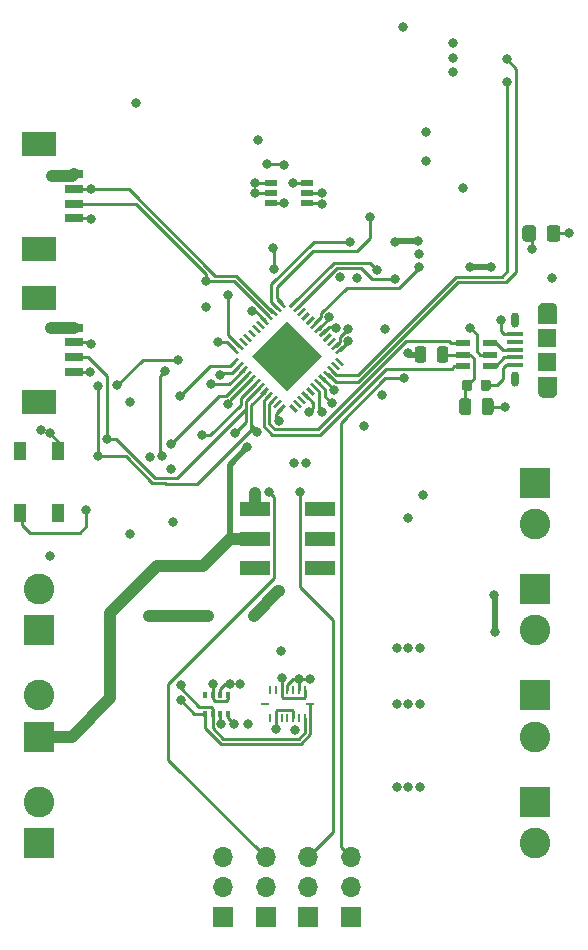
<source format=gbr>
G04 #@! TF.GenerationSoftware,KiCad,Pcbnew,(5.1.9)-1*
G04 #@! TF.CreationDate,2021-01-07T21:38:47-08:00*
G04 #@! TF.ProjectId,Hermes,4865726d-6573-42e6-9b69-6361645f7063,rev?*
G04 #@! TF.SameCoordinates,Original*
G04 #@! TF.FileFunction,Copper,L1,Top*
G04 #@! TF.FilePolarity,Positive*
%FSLAX46Y46*%
G04 Gerber Fmt 4.6, Leading zero omitted, Abs format (unit mm)*
G04 Created by KiCad (PCBNEW (5.1.9)-1) date 2021-01-07 21:38:47*
%MOMM*%
%LPD*%
G01*
G04 APERTURE LIST*
G04 #@! TA.AperFunction,EtchedComponent*
%ADD10C,0.001000*%
G04 #@! TD*
G04 #@! TA.AperFunction,SMDPad,CuDef*
%ADD11C,0.100000*%
G04 #@! TD*
G04 #@! TA.AperFunction,SMDPad,CuDef*
%ADD12R,2.500000X1.200000*%
G04 #@! TD*
G04 #@! TA.AperFunction,SMDPad,CuDef*
%ADD13R,0.675000X0.250000*%
G04 #@! TD*
G04 #@! TA.AperFunction,SMDPad,CuDef*
%ADD14R,0.250000X0.675000*%
G04 #@! TD*
G04 #@! TA.AperFunction,SMDPad,CuDef*
%ADD15R,0.350000X0.500000*%
G04 #@! TD*
G04 #@! TA.AperFunction,SMDPad,CuDef*
%ADD16R,1.000000X1.550000*%
G04 #@! TD*
G04 #@! TA.AperFunction,ComponentPad*
%ADD17C,2.600000*%
G04 #@! TD*
G04 #@! TA.AperFunction,ComponentPad*
%ADD18R,2.600000X2.600000*%
G04 #@! TD*
G04 #@! TA.AperFunction,SMDPad,CuDef*
%ADD19R,3.000000X2.100000*%
G04 #@! TD*
G04 #@! TA.AperFunction,SMDPad,CuDef*
%ADD20R,1.600000X0.800000*%
G04 #@! TD*
G04 #@! TA.AperFunction,ComponentPad*
%ADD21O,1.550000X0.775000*%
G04 #@! TD*
G04 #@! TA.AperFunction,SMDPad,CuDef*
%ADD22R,1.550000X1.500000*%
G04 #@! TD*
G04 #@! TA.AperFunction,ComponentPad*
%ADD23O,0.650000X1.300000*%
G04 #@! TD*
G04 #@! TA.AperFunction,SMDPad,CuDef*
%ADD24R,1.350000X0.400000*%
G04 #@! TD*
G04 #@! TA.AperFunction,SMDPad,CuDef*
%ADD25R,1.117600X0.508000*%
G04 #@! TD*
G04 #@! TA.AperFunction,SMDPad,CuDef*
%ADD26R,1.200000X0.600000*%
G04 #@! TD*
G04 #@! TA.AperFunction,ComponentPad*
%ADD27R,1.700000X1.700000*%
G04 #@! TD*
G04 #@! TA.AperFunction,ComponentPad*
%ADD28O,1.700000X1.700000*%
G04 #@! TD*
G04 #@! TA.AperFunction,ViaPad*
%ADD29C,0.800000*%
G04 #@! TD*
G04 #@! TA.AperFunction,ViaPad*
%ADD30C,1.000000*%
G04 #@! TD*
G04 #@! TA.AperFunction,Conductor*
%ADD31C,0.250000*%
G04 #@! TD*
G04 #@! TA.AperFunction,Conductor*
%ADD32C,1.000000*%
G04 #@! TD*
G04 #@! TA.AperFunction,Conductor*
%ADD33C,0.500000*%
G04 #@! TD*
G04 APERTURE END LIST*
D10*
G04 #@! TO.C,J5*
G36*
X67780000Y-47700000D02*
G01*
X66225000Y-47700000D01*
X66225000Y-46502500D01*
X66425000Y-46502500D01*
X66425338Y-46514269D01*
X66426360Y-46527252D01*
X66428059Y-46540164D01*
X66430433Y-46552969D01*
X66433473Y-46565632D01*
X66437172Y-46578119D01*
X66441519Y-46590395D01*
X66446503Y-46602427D01*
X66452109Y-46614182D01*
X66458323Y-46625627D01*
X66465128Y-46636731D01*
X66472504Y-46647463D01*
X66480433Y-46657795D01*
X66488890Y-46667698D01*
X66497855Y-46677145D01*
X66507302Y-46686110D01*
X66517205Y-46694567D01*
X66527537Y-46702496D01*
X66538269Y-46709872D01*
X66549373Y-46716677D01*
X66560818Y-46722891D01*
X66572573Y-46728497D01*
X66584605Y-46733481D01*
X66596881Y-46737828D01*
X66609368Y-46741527D01*
X66622031Y-46744567D01*
X66634836Y-46746941D01*
X66647748Y-46748640D01*
X66660731Y-46749662D01*
X66675000Y-46750000D01*
X66685000Y-46750000D01*
X67315000Y-46750000D01*
X67325000Y-46750000D01*
X67338084Y-46749657D01*
X67351132Y-46748630D01*
X67364109Y-46746922D01*
X67376978Y-46744537D01*
X67389705Y-46741481D01*
X67402254Y-46737764D01*
X67414592Y-46733395D01*
X67426684Y-46728386D01*
X67438498Y-46722752D01*
X67450000Y-46716506D01*
X67461160Y-46709668D01*
X67471946Y-46702254D01*
X67482330Y-46694286D01*
X67492283Y-46685786D01*
X67501777Y-46676777D01*
X67510786Y-46667283D01*
X67519286Y-46657330D01*
X67527254Y-46646946D01*
X67534668Y-46636160D01*
X67541506Y-46625000D01*
X67547752Y-46613498D01*
X67553386Y-46601684D01*
X67558395Y-46589592D01*
X67562764Y-46577254D01*
X67566481Y-46564705D01*
X67569537Y-46551978D01*
X67571922Y-46539109D01*
X67573630Y-46526132D01*
X67574657Y-46513084D01*
X67575000Y-46500000D01*
X67574657Y-46486916D01*
X67573630Y-46473868D01*
X67571922Y-46460891D01*
X67569537Y-46448022D01*
X67566481Y-46435295D01*
X67562764Y-46422746D01*
X67558395Y-46410408D01*
X67553386Y-46398316D01*
X67547752Y-46386502D01*
X67541506Y-46375000D01*
X67534668Y-46363840D01*
X67527254Y-46353054D01*
X67519286Y-46342670D01*
X67510786Y-46332717D01*
X67501777Y-46323223D01*
X67492283Y-46314214D01*
X67482330Y-46305714D01*
X67471946Y-46297746D01*
X67461160Y-46290332D01*
X67450000Y-46283494D01*
X67438498Y-46277248D01*
X67426684Y-46271614D01*
X67414592Y-46266605D01*
X67402254Y-46262236D01*
X67389705Y-46258519D01*
X67376978Y-46255463D01*
X67364109Y-46253078D01*
X67351132Y-46251370D01*
X67338084Y-46250343D01*
X67325000Y-46250000D01*
X66675000Y-46250000D01*
X66660731Y-46250338D01*
X66647748Y-46251360D01*
X66634836Y-46253059D01*
X66622031Y-46255433D01*
X66609368Y-46258473D01*
X66596881Y-46262172D01*
X66584605Y-46266519D01*
X66572573Y-46271503D01*
X66560818Y-46277109D01*
X66549373Y-46283323D01*
X66538269Y-46290128D01*
X66527537Y-46297504D01*
X66517205Y-46305433D01*
X66507302Y-46313890D01*
X66497855Y-46322855D01*
X66488890Y-46332302D01*
X66480433Y-46342205D01*
X66472504Y-46352537D01*
X66465128Y-46363269D01*
X66458323Y-46374373D01*
X66452109Y-46385818D01*
X66446503Y-46397573D01*
X66441519Y-46409605D01*
X66437172Y-46421881D01*
X66433473Y-46434368D01*
X66430433Y-46447031D01*
X66428059Y-46459836D01*
X66426360Y-46472748D01*
X66425338Y-46485731D01*
X66425000Y-46497500D01*
X66225000Y-46497500D01*
X66225682Y-46472647D01*
X66227731Y-46446616D01*
X66231139Y-46420728D01*
X66235897Y-46395054D01*
X66241993Y-46369664D01*
X66249409Y-46344627D01*
X66258125Y-46320013D01*
X66268118Y-46295889D01*
X66279359Y-46272322D01*
X66291818Y-46249374D01*
X66305462Y-46227110D01*
X66320252Y-46205591D01*
X66336147Y-46184875D01*
X66353105Y-46165020D01*
X66371079Y-46146079D01*
X66390020Y-46128105D01*
X66409875Y-46111147D01*
X66430591Y-46095252D01*
X66452110Y-46080462D01*
X66474374Y-46066818D01*
X66497322Y-46054359D01*
X66520889Y-46043118D01*
X66545013Y-46033125D01*
X66569627Y-46024409D01*
X66594664Y-46016993D01*
X66620054Y-46010897D01*
X66645728Y-46006139D01*
X66671616Y-46002731D01*
X66697647Y-46000682D01*
X66725000Y-46000000D01*
X67275000Y-46000000D01*
X67301168Y-46000685D01*
X67327264Y-46002739D01*
X67353217Y-46006156D01*
X67378956Y-46010926D01*
X67404410Y-46017037D01*
X67429508Y-46024472D01*
X67454184Y-46033210D01*
X67478368Y-46043227D01*
X67501995Y-46054497D01*
X67525000Y-46066987D01*
X67547320Y-46080665D01*
X67568893Y-46095492D01*
X67589660Y-46111427D01*
X67609565Y-46128428D01*
X67628553Y-46146447D01*
X67646572Y-46165435D01*
X67663573Y-46185340D01*
X67679508Y-46206107D01*
X67694335Y-46227680D01*
X67708013Y-46250000D01*
X67720503Y-46273005D01*
X67731773Y-46296632D01*
X67741790Y-46320816D01*
X67750528Y-46345492D01*
X67757963Y-46370590D01*
X67764074Y-46396044D01*
X67768844Y-46421783D01*
X67772261Y-46447736D01*
X67774315Y-46473832D01*
X67775000Y-46500000D01*
X67775000Y-47695000D01*
X67780000Y-47695000D01*
X67780000Y-47700000D01*
G37*
X67780000Y-47700000D02*
X66225000Y-47700000D01*
X66225000Y-46502500D01*
X66425000Y-46502500D01*
X66425338Y-46514269D01*
X66426360Y-46527252D01*
X66428059Y-46540164D01*
X66430433Y-46552969D01*
X66433473Y-46565632D01*
X66437172Y-46578119D01*
X66441519Y-46590395D01*
X66446503Y-46602427D01*
X66452109Y-46614182D01*
X66458323Y-46625627D01*
X66465128Y-46636731D01*
X66472504Y-46647463D01*
X66480433Y-46657795D01*
X66488890Y-46667698D01*
X66497855Y-46677145D01*
X66507302Y-46686110D01*
X66517205Y-46694567D01*
X66527537Y-46702496D01*
X66538269Y-46709872D01*
X66549373Y-46716677D01*
X66560818Y-46722891D01*
X66572573Y-46728497D01*
X66584605Y-46733481D01*
X66596881Y-46737828D01*
X66609368Y-46741527D01*
X66622031Y-46744567D01*
X66634836Y-46746941D01*
X66647748Y-46748640D01*
X66660731Y-46749662D01*
X66675000Y-46750000D01*
X66685000Y-46750000D01*
X67315000Y-46750000D01*
X67325000Y-46750000D01*
X67338084Y-46749657D01*
X67351132Y-46748630D01*
X67364109Y-46746922D01*
X67376978Y-46744537D01*
X67389705Y-46741481D01*
X67402254Y-46737764D01*
X67414592Y-46733395D01*
X67426684Y-46728386D01*
X67438498Y-46722752D01*
X67450000Y-46716506D01*
X67461160Y-46709668D01*
X67471946Y-46702254D01*
X67482330Y-46694286D01*
X67492283Y-46685786D01*
X67501777Y-46676777D01*
X67510786Y-46667283D01*
X67519286Y-46657330D01*
X67527254Y-46646946D01*
X67534668Y-46636160D01*
X67541506Y-46625000D01*
X67547752Y-46613498D01*
X67553386Y-46601684D01*
X67558395Y-46589592D01*
X67562764Y-46577254D01*
X67566481Y-46564705D01*
X67569537Y-46551978D01*
X67571922Y-46539109D01*
X67573630Y-46526132D01*
X67574657Y-46513084D01*
X67575000Y-46500000D01*
X67574657Y-46486916D01*
X67573630Y-46473868D01*
X67571922Y-46460891D01*
X67569537Y-46448022D01*
X67566481Y-46435295D01*
X67562764Y-46422746D01*
X67558395Y-46410408D01*
X67553386Y-46398316D01*
X67547752Y-46386502D01*
X67541506Y-46375000D01*
X67534668Y-46363840D01*
X67527254Y-46353054D01*
X67519286Y-46342670D01*
X67510786Y-46332717D01*
X67501777Y-46323223D01*
X67492283Y-46314214D01*
X67482330Y-46305714D01*
X67471946Y-46297746D01*
X67461160Y-46290332D01*
X67450000Y-46283494D01*
X67438498Y-46277248D01*
X67426684Y-46271614D01*
X67414592Y-46266605D01*
X67402254Y-46262236D01*
X67389705Y-46258519D01*
X67376978Y-46255463D01*
X67364109Y-46253078D01*
X67351132Y-46251370D01*
X67338084Y-46250343D01*
X67325000Y-46250000D01*
X66675000Y-46250000D01*
X66660731Y-46250338D01*
X66647748Y-46251360D01*
X66634836Y-46253059D01*
X66622031Y-46255433D01*
X66609368Y-46258473D01*
X66596881Y-46262172D01*
X66584605Y-46266519D01*
X66572573Y-46271503D01*
X66560818Y-46277109D01*
X66549373Y-46283323D01*
X66538269Y-46290128D01*
X66527537Y-46297504D01*
X66517205Y-46305433D01*
X66507302Y-46313890D01*
X66497855Y-46322855D01*
X66488890Y-46332302D01*
X66480433Y-46342205D01*
X66472504Y-46352537D01*
X66465128Y-46363269D01*
X66458323Y-46374373D01*
X66452109Y-46385818D01*
X66446503Y-46397573D01*
X66441519Y-46409605D01*
X66437172Y-46421881D01*
X66433473Y-46434368D01*
X66430433Y-46447031D01*
X66428059Y-46459836D01*
X66426360Y-46472748D01*
X66425338Y-46485731D01*
X66425000Y-46497500D01*
X66225000Y-46497500D01*
X66225682Y-46472647D01*
X66227731Y-46446616D01*
X66231139Y-46420728D01*
X66235897Y-46395054D01*
X66241993Y-46369664D01*
X66249409Y-46344627D01*
X66258125Y-46320013D01*
X66268118Y-46295889D01*
X66279359Y-46272322D01*
X66291818Y-46249374D01*
X66305462Y-46227110D01*
X66320252Y-46205591D01*
X66336147Y-46184875D01*
X66353105Y-46165020D01*
X66371079Y-46146079D01*
X66390020Y-46128105D01*
X66409875Y-46111147D01*
X66430591Y-46095252D01*
X66452110Y-46080462D01*
X66474374Y-46066818D01*
X66497322Y-46054359D01*
X66520889Y-46043118D01*
X66545013Y-46033125D01*
X66569627Y-46024409D01*
X66594664Y-46016993D01*
X66620054Y-46010897D01*
X66645728Y-46006139D01*
X66671616Y-46002731D01*
X66697647Y-46000682D01*
X66725000Y-46000000D01*
X67275000Y-46000000D01*
X67301168Y-46000685D01*
X67327264Y-46002739D01*
X67353217Y-46006156D01*
X67378956Y-46010926D01*
X67404410Y-46017037D01*
X67429508Y-46024472D01*
X67454184Y-46033210D01*
X67478368Y-46043227D01*
X67501995Y-46054497D01*
X67525000Y-46066987D01*
X67547320Y-46080665D01*
X67568893Y-46095492D01*
X67589660Y-46111427D01*
X67609565Y-46128428D01*
X67628553Y-46146447D01*
X67646572Y-46165435D01*
X67663573Y-46185340D01*
X67679508Y-46206107D01*
X67694335Y-46227680D01*
X67708013Y-46250000D01*
X67720503Y-46273005D01*
X67731773Y-46296632D01*
X67741790Y-46320816D01*
X67750528Y-46345492D01*
X67757963Y-46370590D01*
X67764074Y-46396044D01*
X67768844Y-46421783D01*
X67772261Y-46447736D01*
X67774315Y-46473832D01*
X67775000Y-46500000D01*
X67775000Y-47695000D01*
X67780000Y-47695000D01*
X67780000Y-47700000D01*
G36*
X66220000Y-52300000D02*
G01*
X67775000Y-52300000D01*
X67775000Y-53497500D01*
X67575000Y-53497500D01*
X67574662Y-53485731D01*
X67573640Y-53472748D01*
X67571941Y-53459836D01*
X67569567Y-53447031D01*
X67566527Y-53434368D01*
X67562828Y-53421881D01*
X67558481Y-53409605D01*
X67553497Y-53397573D01*
X67547891Y-53385818D01*
X67541677Y-53374373D01*
X67534872Y-53363269D01*
X67527496Y-53352537D01*
X67519567Y-53342205D01*
X67511110Y-53332302D01*
X67502145Y-53322855D01*
X67492698Y-53313890D01*
X67482795Y-53305433D01*
X67472463Y-53297504D01*
X67461731Y-53290128D01*
X67450627Y-53283323D01*
X67439182Y-53277109D01*
X67427427Y-53271503D01*
X67415395Y-53266519D01*
X67403119Y-53262172D01*
X67390632Y-53258473D01*
X67377969Y-53255433D01*
X67365164Y-53253059D01*
X67352252Y-53251360D01*
X67339269Y-53250338D01*
X67325000Y-53250000D01*
X67315000Y-53250000D01*
X66685000Y-53250000D01*
X66675000Y-53250000D01*
X66661916Y-53250343D01*
X66648868Y-53251370D01*
X66635891Y-53253078D01*
X66623022Y-53255463D01*
X66610295Y-53258519D01*
X66597746Y-53262236D01*
X66585408Y-53266605D01*
X66573316Y-53271614D01*
X66561502Y-53277248D01*
X66550000Y-53283494D01*
X66538840Y-53290332D01*
X66528054Y-53297746D01*
X66517670Y-53305714D01*
X66507717Y-53314214D01*
X66498223Y-53323223D01*
X66489214Y-53332717D01*
X66480714Y-53342670D01*
X66472746Y-53353054D01*
X66465332Y-53363840D01*
X66458494Y-53375000D01*
X66452248Y-53386502D01*
X66446614Y-53398316D01*
X66441605Y-53410408D01*
X66437236Y-53422746D01*
X66433519Y-53435295D01*
X66430463Y-53448022D01*
X66428078Y-53460891D01*
X66426370Y-53473868D01*
X66425343Y-53486916D01*
X66425000Y-53500000D01*
X66425343Y-53513084D01*
X66426370Y-53526132D01*
X66428078Y-53539109D01*
X66430463Y-53551978D01*
X66433519Y-53564705D01*
X66437236Y-53577254D01*
X66441605Y-53589592D01*
X66446614Y-53601684D01*
X66452248Y-53613498D01*
X66458494Y-53625000D01*
X66465332Y-53636160D01*
X66472746Y-53646946D01*
X66480714Y-53657330D01*
X66489214Y-53667283D01*
X66498223Y-53676777D01*
X66507717Y-53685786D01*
X66517670Y-53694286D01*
X66528054Y-53702254D01*
X66538840Y-53709668D01*
X66550000Y-53716506D01*
X66561502Y-53722752D01*
X66573316Y-53728386D01*
X66585408Y-53733395D01*
X66597746Y-53737764D01*
X66610295Y-53741481D01*
X66623022Y-53744537D01*
X66635891Y-53746922D01*
X66648868Y-53748630D01*
X66661916Y-53749657D01*
X66675000Y-53750000D01*
X67325000Y-53750000D01*
X67339269Y-53749662D01*
X67352252Y-53748640D01*
X67365164Y-53746941D01*
X67377969Y-53744567D01*
X67390632Y-53741527D01*
X67403119Y-53737828D01*
X67415395Y-53733481D01*
X67427427Y-53728497D01*
X67439182Y-53722891D01*
X67450627Y-53716677D01*
X67461731Y-53709872D01*
X67472463Y-53702496D01*
X67482795Y-53694567D01*
X67492698Y-53686110D01*
X67502145Y-53677145D01*
X67511110Y-53667698D01*
X67519567Y-53657795D01*
X67527496Y-53647463D01*
X67534872Y-53636731D01*
X67541677Y-53625627D01*
X67547891Y-53614182D01*
X67553497Y-53602427D01*
X67558481Y-53590395D01*
X67562828Y-53578119D01*
X67566527Y-53565632D01*
X67569567Y-53552969D01*
X67571941Y-53540164D01*
X67573640Y-53527252D01*
X67574662Y-53514269D01*
X67575000Y-53502500D01*
X67775000Y-53502500D01*
X67774318Y-53527353D01*
X67772269Y-53553384D01*
X67768861Y-53579272D01*
X67764103Y-53604946D01*
X67758007Y-53630336D01*
X67750591Y-53655373D01*
X67741875Y-53679987D01*
X67731882Y-53704111D01*
X67720641Y-53727678D01*
X67708182Y-53750626D01*
X67694538Y-53772890D01*
X67679748Y-53794409D01*
X67663853Y-53815125D01*
X67646895Y-53834980D01*
X67628921Y-53853921D01*
X67609980Y-53871895D01*
X67590125Y-53888853D01*
X67569409Y-53904748D01*
X67547890Y-53919538D01*
X67525626Y-53933182D01*
X67502678Y-53945641D01*
X67479111Y-53956882D01*
X67454987Y-53966875D01*
X67430373Y-53975591D01*
X67405336Y-53983007D01*
X67379946Y-53989103D01*
X67354272Y-53993861D01*
X67328384Y-53997269D01*
X67302353Y-53999318D01*
X67275000Y-54000000D01*
X66725000Y-54000000D01*
X66698832Y-53999315D01*
X66672736Y-53997261D01*
X66646783Y-53993844D01*
X66621044Y-53989074D01*
X66595590Y-53982963D01*
X66570492Y-53975528D01*
X66545816Y-53966790D01*
X66521632Y-53956773D01*
X66498005Y-53945503D01*
X66475000Y-53933013D01*
X66452680Y-53919335D01*
X66431107Y-53904508D01*
X66410340Y-53888573D01*
X66390435Y-53871572D01*
X66371447Y-53853553D01*
X66353428Y-53834565D01*
X66336427Y-53814660D01*
X66320492Y-53793893D01*
X66305665Y-53772320D01*
X66291987Y-53750000D01*
X66279497Y-53726995D01*
X66268227Y-53703368D01*
X66258210Y-53679184D01*
X66249472Y-53654508D01*
X66242037Y-53629410D01*
X66235926Y-53603956D01*
X66231156Y-53578217D01*
X66227739Y-53552264D01*
X66225685Y-53526168D01*
X66225000Y-53500000D01*
X66225000Y-52305000D01*
X66220000Y-52305000D01*
X66220000Y-52300000D01*
G37*
X66220000Y-52300000D02*
X67775000Y-52300000D01*
X67775000Y-53497500D01*
X67575000Y-53497500D01*
X67574662Y-53485731D01*
X67573640Y-53472748D01*
X67571941Y-53459836D01*
X67569567Y-53447031D01*
X67566527Y-53434368D01*
X67562828Y-53421881D01*
X67558481Y-53409605D01*
X67553497Y-53397573D01*
X67547891Y-53385818D01*
X67541677Y-53374373D01*
X67534872Y-53363269D01*
X67527496Y-53352537D01*
X67519567Y-53342205D01*
X67511110Y-53332302D01*
X67502145Y-53322855D01*
X67492698Y-53313890D01*
X67482795Y-53305433D01*
X67472463Y-53297504D01*
X67461731Y-53290128D01*
X67450627Y-53283323D01*
X67439182Y-53277109D01*
X67427427Y-53271503D01*
X67415395Y-53266519D01*
X67403119Y-53262172D01*
X67390632Y-53258473D01*
X67377969Y-53255433D01*
X67365164Y-53253059D01*
X67352252Y-53251360D01*
X67339269Y-53250338D01*
X67325000Y-53250000D01*
X67315000Y-53250000D01*
X66685000Y-53250000D01*
X66675000Y-53250000D01*
X66661916Y-53250343D01*
X66648868Y-53251370D01*
X66635891Y-53253078D01*
X66623022Y-53255463D01*
X66610295Y-53258519D01*
X66597746Y-53262236D01*
X66585408Y-53266605D01*
X66573316Y-53271614D01*
X66561502Y-53277248D01*
X66550000Y-53283494D01*
X66538840Y-53290332D01*
X66528054Y-53297746D01*
X66517670Y-53305714D01*
X66507717Y-53314214D01*
X66498223Y-53323223D01*
X66489214Y-53332717D01*
X66480714Y-53342670D01*
X66472746Y-53353054D01*
X66465332Y-53363840D01*
X66458494Y-53375000D01*
X66452248Y-53386502D01*
X66446614Y-53398316D01*
X66441605Y-53410408D01*
X66437236Y-53422746D01*
X66433519Y-53435295D01*
X66430463Y-53448022D01*
X66428078Y-53460891D01*
X66426370Y-53473868D01*
X66425343Y-53486916D01*
X66425000Y-53500000D01*
X66425343Y-53513084D01*
X66426370Y-53526132D01*
X66428078Y-53539109D01*
X66430463Y-53551978D01*
X66433519Y-53564705D01*
X66437236Y-53577254D01*
X66441605Y-53589592D01*
X66446614Y-53601684D01*
X66452248Y-53613498D01*
X66458494Y-53625000D01*
X66465332Y-53636160D01*
X66472746Y-53646946D01*
X66480714Y-53657330D01*
X66489214Y-53667283D01*
X66498223Y-53676777D01*
X66507717Y-53685786D01*
X66517670Y-53694286D01*
X66528054Y-53702254D01*
X66538840Y-53709668D01*
X66550000Y-53716506D01*
X66561502Y-53722752D01*
X66573316Y-53728386D01*
X66585408Y-53733395D01*
X66597746Y-53737764D01*
X66610295Y-53741481D01*
X66623022Y-53744537D01*
X66635891Y-53746922D01*
X66648868Y-53748630D01*
X66661916Y-53749657D01*
X66675000Y-53750000D01*
X67325000Y-53750000D01*
X67339269Y-53749662D01*
X67352252Y-53748640D01*
X67365164Y-53746941D01*
X67377969Y-53744567D01*
X67390632Y-53741527D01*
X67403119Y-53737828D01*
X67415395Y-53733481D01*
X67427427Y-53728497D01*
X67439182Y-53722891D01*
X67450627Y-53716677D01*
X67461731Y-53709872D01*
X67472463Y-53702496D01*
X67482795Y-53694567D01*
X67492698Y-53686110D01*
X67502145Y-53677145D01*
X67511110Y-53667698D01*
X67519567Y-53657795D01*
X67527496Y-53647463D01*
X67534872Y-53636731D01*
X67541677Y-53625627D01*
X67547891Y-53614182D01*
X67553497Y-53602427D01*
X67558481Y-53590395D01*
X67562828Y-53578119D01*
X67566527Y-53565632D01*
X67569567Y-53552969D01*
X67571941Y-53540164D01*
X67573640Y-53527252D01*
X67574662Y-53514269D01*
X67575000Y-53502500D01*
X67775000Y-53502500D01*
X67774318Y-53527353D01*
X67772269Y-53553384D01*
X67768861Y-53579272D01*
X67764103Y-53604946D01*
X67758007Y-53630336D01*
X67750591Y-53655373D01*
X67741875Y-53679987D01*
X67731882Y-53704111D01*
X67720641Y-53727678D01*
X67708182Y-53750626D01*
X67694538Y-53772890D01*
X67679748Y-53794409D01*
X67663853Y-53815125D01*
X67646895Y-53834980D01*
X67628921Y-53853921D01*
X67609980Y-53871895D01*
X67590125Y-53888853D01*
X67569409Y-53904748D01*
X67547890Y-53919538D01*
X67525626Y-53933182D01*
X67502678Y-53945641D01*
X67479111Y-53956882D01*
X67454987Y-53966875D01*
X67430373Y-53975591D01*
X67405336Y-53983007D01*
X67379946Y-53989103D01*
X67354272Y-53993861D01*
X67328384Y-53997269D01*
X67302353Y-53999318D01*
X67275000Y-54000000D01*
X66725000Y-54000000D01*
X66698832Y-53999315D01*
X66672736Y-53997261D01*
X66646783Y-53993844D01*
X66621044Y-53989074D01*
X66595590Y-53982963D01*
X66570492Y-53975528D01*
X66545816Y-53966790D01*
X66521632Y-53956773D01*
X66498005Y-53945503D01*
X66475000Y-53933013D01*
X66452680Y-53919335D01*
X66431107Y-53904508D01*
X66410340Y-53888573D01*
X66390435Y-53871572D01*
X66371447Y-53853553D01*
X66353428Y-53834565D01*
X66336427Y-53814660D01*
X66320492Y-53793893D01*
X66305665Y-53772320D01*
X66291987Y-53750000D01*
X66279497Y-53726995D01*
X66268227Y-53703368D01*
X66258210Y-53679184D01*
X66249472Y-53654508D01*
X66242037Y-53629410D01*
X66235926Y-53603956D01*
X66231156Y-53578217D01*
X66227739Y-53552264D01*
X66225685Y-53526168D01*
X66225000Y-53500000D01*
X66225000Y-52305000D01*
X66220000Y-52305000D01*
X66220000Y-52300000D01*
G04 #@! TD*
G04 #@! TA.AperFunction,SMDPad,CuDef*
D11*
G04 #@! TO.P,IC1,49*
G04 #@! TO.N,Net-(IC1-Pad49)*
G36*
X45000000Y-47536515D02*
G01*
X47963485Y-50500000D01*
X45000000Y-53463485D01*
X42036515Y-50500000D01*
X45000000Y-47536515D01*
G37*
G04 #@! TD.AperFunction*
G04 #@! TA.AperFunction,SMDPad,CuDef*
G04 #@! TO.P,IC1,48*
G04 #@! TO.N,Net-(IC1-Pad48)*
G36*
X49238681Y-50607763D02*
G01*
X49813418Y-51182500D01*
X49633813Y-51362105D01*
X49059076Y-50787368D01*
X49238681Y-50607763D01*
G37*
G04 #@! TD.AperFunction*
G04 #@! TA.AperFunction,SMDPad,CuDef*
G04 #@! TO.P,IC1,47*
G04 #@! TO.N,Net-(IC1-Pad47)*
G36*
X48879470Y-50966973D02*
G01*
X49454207Y-51541710D01*
X49274602Y-51721315D01*
X48699865Y-51146578D01*
X48879470Y-50966973D01*
G37*
G04 #@! TD.AperFunction*
G04 #@! TA.AperFunction,SMDPad,CuDef*
G04 #@! TO.P,IC1,46*
G04 #@! TO.N,SWDIO*
G36*
X48520260Y-51326183D02*
G01*
X49094997Y-51900920D01*
X48915392Y-52080525D01*
X48340655Y-51505788D01*
X48520260Y-51326183D01*
G37*
G04 #@! TD.AperFunction*
G04 #@! TA.AperFunction,SMDPad,CuDef*
G04 #@! TO.P,IC1,45*
G04 #@! TO.N,SWCLK*
G36*
X48161050Y-51685394D02*
G01*
X48735787Y-52260131D01*
X48556182Y-52439736D01*
X47981445Y-51864999D01*
X48161050Y-51685394D01*
G37*
G04 #@! TD.AperFunction*
G04 #@! TA.AperFunction,SMDPad,CuDef*
G04 #@! TO.P,IC1,44*
G04 #@! TO.N,VDDIO*
G36*
X47801840Y-52044604D02*
G01*
X48376577Y-52619341D01*
X48196972Y-52798946D01*
X47622235Y-52224209D01*
X47801840Y-52044604D01*
G37*
G04 #@! TD.AperFunction*
G04 #@! TA.AperFunction,SMDPad,CuDef*
G04 #@! TO.P,IC1,43*
G04 #@! TO.N,Net-(C10-Pad1)*
G36*
X47442629Y-52403814D02*
G01*
X48017366Y-52978551D01*
X47837761Y-53158156D01*
X47263024Y-52583419D01*
X47442629Y-52403814D01*
G37*
G04 #@! TD.AperFunction*
G04 #@! TA.AperFunction,SMDPad,CuDef*
G04 #@! TO.P,IC1,42*
G04 #@! TO.N,GND*
G36*
X47083419Y-52763024D02*
G01*
X47658156Y-53337761D01*
X47478551Y-53517366D01*
X46903814Y-52942629D01*
X47083419Y-52763024D01*
G37*
G04 #@! TD.AperFunction*
G04 #@! TA.AperFunction,SMDPad,CuDef*
G04 #@! TO.P,IC1,41*
G04 #@! TO.N,Net-(IC1-Pad41)*
G36*
X46724209Y-53122235D02*
G01*
X47298946Y-53696972D01*
X47119341Y-53876577D01*
X46544604Y-53301840D01*
X46724209Y-53122235D01*
G37*
G04 #@! TD.AperFunction*
G04 #@! TA.AperFunction,SMDPad,CuDef*
G04 #@! TO.P,IC1,40*
G04 #@! TO.N,TG_RESET*
G36*
X46364999Y-53481445D02*
G01*
X46939736Y-54056182D01*
X46760131Y-54235787D01*
X46185394Y-53661050D01*
X46364999Y-53481445D01*
G37*
G04 #@! TD.AperFunction*
G04 #@! TA.AperFunction,SMDPad,CuDef*
G04 #@! TO.P,IC1,39*
G04 #@! TO.N,Net-(IC1-Pad39)*
G36*
X46005788Y-53840655D02*
G01*
X46580525Y-54415392D01*
X46400920Y-54594997D01*
X45826183Y-54020260D01*
X46005788Y-53840655D01*
G37*
G04 #@! TD.AperFunction*
G04 #@! TA.AperFunction,SMDPad,CuDef*
G04 #@! TO.P,IC1,38*
G04 #@! TO.N,Net-(IC1-Pad38)*
G36*
X45646578Y-54199865D02*
G01*
X46221315Y-54774602D01*
X46041710Y-54954207D01*
X45466973Y-54379470D01*
X45646578Y-54199865D01*
G37*
G04 #@! TD.AperFunction*
G04 #@! TA.AperFunction,SMDPad,CuDef*
G04 #@! TO.P,IC1,37*
G04 #@! TO.N,Net-(IC1-Pad37)*
G36*
X45287368Y-54559076D02*
G01*
X45862105Y-55133813D01*
X45682500Y-55313418D01*
X45107763Y-54738681D01*
X45287368Y-54559076D01*
G37*
G04 #@! TD.AperFunction*
G04 #@! TA.AperFunction,SMDPad,CuDef*
G04 #@! TO.P,IC1,36*
G04 #@! TO.N,VDDIO*
G36*
X44137895Y-55133813D02*
G01*
X44712632Y-54559076D01*
X44892237Y-54738681D01*
X44317500Y-55313418D01*
X44137895Y-55133813D01*
G37*
G04 #@! TD.AperFunction*
G04 #@! TA.AperFunction,SMDPad,CuDef*
G04 #@! TO.P,IC1,35*
G04 #@! TO.N,Net-(IC1-Pad35)*
G36*
X43778685Y-54774602D02*
G01*
X44353422Y-54199865D01*
X44533027Y-54379470D01*
X43958290Y-54954207D01*
X43778685Y-54774602D01*
G37*
G04 #@! TD.AperFunction*
G04 #@! TA.AperFunction,SMDPad,CuDef*
G04 #@! TO.P,IC1,34*
G04 #@! TO.N,USB_D+*
G36*
X43419475Y-54415392D02*
G01*
X43994212Y-53840655D01*
X44173817Y-54020260D01*
X43599080Y-54594997D01*
X43419475Y-54415392D01*
G37*
G04 #@! TD.AperFunction*
G04 #@! TA.AperFunction,SMDPad,CuDef*
G04 #@! TO.P,IC1,33*
G04 #@! TO.N,USB_D-*
G36*
X43060264Y-54056182D02*
G01*
X43635001Y-53481445D01*
X43814606Y-53661050D01*
X43239869Y-54235787D01*
X43060264Y-54056182D01*
G37*
G04 #@! TD.AperFunction*
G04 #@! TA.AperFunction,SMDPad,CuDef*
G04 #@! TO.P,IC1,32*
G04 #@! TO.N,SCL*
G36*
X42701054Y-53696972D02*
G01*
X43275791Y-53122235D01*
X43455396Y-53301840D01*
X42880659Y-53876577D01*
X42701054Y-53696972D01*
G37*
G04 #@! TD.AperFunction*
G04 #@! TA.AperFunction,SMDPad,CuDef*
G04 #@! TO.P,IC1,31*
G04 #@! TO.N,SDA*
G36*
X42341844Y-53337761D02*
G01*
X42916581Y-52763024D01*
X43096186Y-52942629D01*
X42521449Y-53517366D01*
X42341844Y-53337761D01*
G37*
G04 #@! TD.AperFunction*
G04 #@! TA.AperFunction,SMDPad,CuDef*
G04 #@! TO.P,IC1,30*
G04 #@! TO.N,PY3*
G36*
X41982634Y-52978551D02*
G01*
X42557371Y-52403814D01*
X42736976Y-52583419D01*
X42162239Y-53158156D01*
X41982634Y-52978551D01*
G37*
G04 #@! TD.AperFunction*
G04 #@! TA.AperFunction,SMDPad,CuDef*
G04 #@! TO.P,IC1,29*
G04 #@! TO.N,PROP_Z*
G36*
X41623423Y-52619341D02*
G01*
X42198160Y-52044604D01*
X42377765Y-52224209D01*
X41803028Y-52798946D01*
X41623423Y-52619341D01*
G37*
G04 #@! TD.AperFunction*
G04 #@! TA.AperFunction,SMDPad,CuDef*
G04 #@! TO.P,IC1,28*
G04 #@! TO.N,MISO*
G36*
X41264213Y-52260131D02*
G01*
X41838950Y-51685394D01*
X42018555Y-51864999D01*
X41443818Y-52439736D01*
X41264213Y-52260131D01*
G37*
G04 #@! TD.AperFunction*
G04 #@! TA.AperFunction,SMDPad,CuDef*
G04 #@! TO.P,IC1,27*
G04 #@! TO.N,PY2*
G36*
X40905003Y-51900920D02*
G01*
X41479740Y-51326183D01*
X41659345Y-51505788D01*
X41084608Y-52080525D01*
X40905003Y-51900920D01*
G37*
G04 #@! TD.AperFunction*
G04 #@! TA.AperFunction,SMDPad,CuDef*
G04 #@! TO.P,IC1,26*
G04 #@! TO.N,PY1*
G36*
X40545793Y-51541710D02*
G01*
X41120530Y-50966973D01*
X41300135Y-51146578D01*
X40725398Y-51721315D01*
X40545793Y-51541710D01*
G37*
G04 #@! TD.AperFunction*
G04 #@! TA.AperFunction,SMDPad,CuDef*
G04 #@! TO.P,IC1,25*
G04 #@! TO.N,MOSI*
G36*
X40186582Y-51182500D02*
G01*
X40761319Y-50607763D01*
X40940924Y-50787368D01*
X40366187Y-51362105D01*
X40186582Y-51182500D01*
G37*
G04 #@! TD.AperFunction*
G04 #@! TA.AperFunction,SMDPad,CuDef*
G04 #@! TO.P,IC1,24*
G04 #@! TO.N,PROP_Y*
G36*
X40366187Y-49637895D02*
G01*
X40940924Y-50212632D01*
X40761319Y-50392237D01*
X40186582Y-49817500D01*
X40366187Y-49637895D01*
G37*
G04 #@! TD.AperFunction*
G04 #@! TA.AperFunction,SMDPad,CuDef*
G04 #@! TO.P,IC1,23*
G04 #@! TO.N,LEDB*
G36*
X40725398Y-49278685D02*
G01*
X41300135Y-49853422D01*
X41120530Y-50033027D01*
X40545793Y-49458290D01*
X40725398Y-49278685D01*
G37*
G04 #@! TD.AperFunction*
G04 #@! TA.AperFunction,SMDPad,CuDef*
G04 #@! TO.P,IC1,22*
G04 #@! TO.N,Net-(IC1-Pad22)*
G36*
X41084608Y-48919475D02*
G01*
X41659345Y-49494212D01*
X41479740Y-49673817D01*
X40905003Y-49099080D01*
X41084608Y-48919475D01*
G37*
G04 #@! TD.AperFunction*
G04 #@! TA.AperFunction,SMDPad,CuDef*
G04 #@! TO.P,IC1,21*
G04 #@! TO.N,Net-(IC1-Pad21)*
G36*
X41443818Y-48560264D02*
G01*
X42018555Y-49135001D01*
X41838950Y-49314606D01*
X41264213Y-48739869D01*
X41443818Y-48560264D01*
G37*
G04 #@! TD.AperFunction*
G04 #@! TA.AperFunction,SMDPad,CuDef*
G04 #@! TO.P,IC1,20*
G04 #@! TO.N,Net-(IC1-Pad20)*
G36*
X41803028Y-48201054D02*
G01*
X42377765Y-48775791D01*
X42198160Y-48955396D01*
X41623423Y-48380659D01*
X41803028Y-48201054D01*
G37*
G04 #@! TD.AperFunction*
G04 #@! TA.AperFunction,SMDPad,CuDef*
G04 #@! TO.P,IC1,19*
G04 #@! TO.N,Net-(IC1-Pad19)*
G36*
X42162239Y-47841844D02*
G01*
X42736976Y-48416581D01*
X42557371Y-48596186D01*
X41982634Y-48021449D01*
X42162239Y-47841844D01*
G37*
G04 #@! TD.AperFunction*
G04 #@! TA.AperFunction,SMDPad,CuDef*
G04 #@! TO.P,IC1,18*
G04 #@! TO.N,Net-(IC1-Pad18)*
G36*
X42521449Y-47482634D02*
G01*
X43096186Y-48057371D01*
X42916581Y-48236976D01*
X42341844Y-47662239D01*
X42521449Y-47482634D01*
G37*
G04 #@! TD.AperFunction*
G04 #@! TA.AperFunction,SMDPad,CuDef*
G04 #@! TO.P,IC1,17*
G04 #@! TO.N,VDDIO*
G36*
X42880659Y-47123423D02*
G01*
X43455396Y-47698160D01*
X43275791Y-47877765D01*
X42701054Y-47303028D01*
X42880659Y-47123423D01*
G37*
G04 #@! TD.AperFunction*
G04 #@! TA.AperFunction,SMDPad,CuDef*
G04 #@! TO.P,IC1,16*
G04 #@! TO.N,RX*
G36*
X43239869Y-46764213D02*
G01*
X43814606Y-47338950D01*
X43635001Y-47518555D01*
X43060264Y-46943818D01*
X43239869Y-46764213D01*
G37*
G04 #@! TD.AperFunction*
G04 #@! TA.AperFunction,SMDPad,CuDef*
G04 #@! TO.P,IC1,15*
G04 #@! TO.N,FLASH_CS*
G36*
X43599080Y-46405003D02*
G01*
X44173817Y-46979740D01*
X43994212Y-47159345D01*
X43419475Y-46584608D01*
X43599080Y-46405003D01*
G37*
G04 #@! TD.AperFunction*
G04 #@! TA.AperFunction,SMDPad,CuDef*
G04 #@! TO.P,IC1,14*
G04 #@! TO.N,LEDG*
G36*
X43958290Y-46045793D02*
G01*
X44533027Y-46620530D01*
X44353422Y-46800135D01*
X43778685Y-46225398D01*
X43958290Y-46045793D01*
G37*
G04 #@! TD.AperFunction*
G04 #@! TA.AperFunction,SMDPad,CuDef*
G04 #@! TO.P,IC1,13*
G04 #@! TO.N,LEDR*
G36*
X44317500Y-45686582D02*
G01*
X44892237Y-46261319D01*
X44712632Y-46440924D01*
X44137895Y-45866187D01*
X44317500Y-45686582D01*
G37*
G04 #@! TD.AperFunction*
G04 #@! TA.AperFunction,SMDPad,CuDef*
G04 #@! TO.P,IC1,12*
G04 #@! TO.N,TVCY*
G36*
X45107763Y-46261319D02*
G01*
X45682500Y-45686582D01*
X45862105Y-45866187D01*
X45287368Y-46440924D01*
X45107763Y-46261319D01*
G37*
G04 #@! TD.AperFunction*
G04 #@! TA.AperFunction,SMDPad,CuDef*
G04 #@! TO.P,IC1,11*
G04 #@! TO.N,TVCZ*
G36*
X45466973Y-46620530D02*
G01*
X46041710Y-46045793D01*
X46221315Y-46225398D01*
X45646578Y-46800135D01*
X45466973Y-46620530D01*
G37*
G04 #@! TD.AperFunction*
G04 #@! TA.AperFunction,SMDPad,CuDef*
G04 #@! TO.P,IC1,10*
G04 #@! TO.N,Net-(IC1-Pad10)*
G36*
X45826183Y-46979740D02*
G01*
X46400920Y-46405003D01*
X46580525Y-46584608D01*
X46005788Y-47159345D01*
X45826183Y-46979740D01*
G37*
G04 #@! TD.AperFunction*
G04 #@! TA.AperFunction,SMDPad,CuDef*
G04 #@! TO.P,IC1,9*
G04 #@! TO.N,Net-(IC1-Pad9)*
G36*
X46185394Y-47338950D02*
G01*
X46760131Y-46764213D01*
X46939736Y-46943818D01*
X46364999Y-47518555D01*
X46185394Y-47338950D01*
G37*
G04 #@! TD.AperFunction*
G04 #@! TA.AperFunction,SMDPad,CuDef*
G04 #@! TO.P,IC1,8*
G04 #@! TO.N,Net-(IC1-Pad8)*
G36*
X46544604Y-47698160D02*
G01*
X47119341Y-47123423D01*
X47298946Y-47303028D01*
X46724209Y-47877765D01*
X46544604Y-47698160D01*
G37*
G04 #@! TD.AperFunction*
G04 #@! TA.AperFunction,SMDPad,CuDef*
G04 #@! TO.P,IC1,7*
G04 #@! TO.N,VOLTAGE*
G36*
X46903814Y-48057371D02*
G01*
X47478551Y-47482634D01*
X47658156Y-47662239D01*
X47083419Y-48236976D01*
X46903814Y-48057371D01*
G37*
G04 #@! TD.AperFunction*
G04 #@! TA.AperFunction,SMDPad,CuDef*
G04 #@! TO.P,IC1,6*
G04 #@! TO.N,Net-(C2-Pad1)*
G36*
X47263024Y-48416581D02*
G01*
X47837761Y-47841844D01*
X48017366Y-48021449D01*
X47442629Y-48596186D01*
X47263024Y-48416581D01*
G37*
G04 #@! TD.AperFunction*
G04 #@! TA.AperFunction,SMDPad,CuDef*
G04 #@! TO.P,IC1,5*
G04 #@! TO.N,GND*
G36*
X47622235Y-48775791D02*
G01*
X48196972Y-48201054D01*
X48376577Y-48380659D01*
X47801840Y-48955396D01*
X47622235Y-48775791D01*
G37*
G04 #@! TD.AperFunction*
G04 #@! TA.AperFunction,SMDPad,CuDef*
G04 #@! TO.P,IC1,4*
G04 #@! TO.N,Net-(IC1-Pad4)*
G36*
X47981445Y-49135001D02*
G01*
X48556182Y-48560264D01*
X48735787Y-48739869D01*
X48161050Y-49314606D01*
X47981445Y-49135001D01*
G37*
G04 #@! TD.AperFunction*
G04 #@! TA.AperFunction,SMDPad,CuDef*
G04 #@! TO.P,IC1,3*
G04 #@! TO.N,Net-(IC1-Pad3)*
G36*
X48340655Y-49494212D02*
G01*
X48915392Y-48919475D01*
X49094997Y-49099080D01*
X48520260Y-49673817D01*
X48340655Y-49494212D01*
G37*
G04 #@! TD.AperFunction*
G04 #@! TA.AperFunction,SMDPad,CuDef*
G04 #@! TO.P,IC1,2*
G04 #@! TO.N,Net-(C3-Pad2)*
G36*
X48699865Y-49853422D02*
G01*
X49274602Y-49278685D01*
X49454207Y-49458290D01*
X48879470Y-50033027D01*
X48699865Y-49853422D01*
G37*
G04 #@! TD.AperFunction*
G04 #@! TA.AperFunction,SMDPad,CuDef*
G04 #@! TO.P,IC1,1*
G04 #@! TO.N,Net-(C4-Pad2)*
G36*
X49059076Y-50212632D02*
G01*
X49633813Y-49637895D01*
X49813418Y-49817500D01*
X49238681Y-50392237D01*
X49059076Y-50212632D01*
G37*
G04 #@! TD.AperFunction*
G04 #@! TD*
D12*
G04 #@! TO.P,S2,6*
G04 #@! TO.N,Net-(S2-Pad6)*
X47750000Y-63500000D03*
G04 #@! TO.P,S2,5*
G04 #@! TO.N,Net-(S2-Pad5)*
X47750000Y-66000000D03*
G04 #@! TO.P,S2,4*
G04 #@! TO.N,Net-(S2-Pad4)*
X47750000Y-68500000D03*
G04 #@! TO.P,S2,3*
G04 #@! TO.N,Net-(S2-Pad3)*
X42250000Y-68500000D03*
G04 #@! TO.P,S2,2*
G04 #@! TO.N,PWR_SW*
X42250000Y-66000000D03*
G04 #@! TO.P,S2,1*
G04 #@! TO.N,VDDIO*
X42250000Y-63500000D03*
G04 #@! TD*
D13*
G04 #@! TO.P,U2,16*
G04 #@! TO.N,Net-(U2-Pad16)*
X43085000Y-80000000D03*
D14*
G04 #@! TO.P,U2,15*
G04 #@! TO.N,Net-(U2-Pad15)*
X43500000Y-81165000D03*
G04 #@! TO.P,U2,14*
G04 #@! TO.N,VDDIO*
X44000000Y-81165000D03*
G04 #@! TO.P,U2,13*
G04 #@! TO.N,Net-(U2-Pad13)*
X44500000Y-81165000D03*
G04 #@! TO.P,U2,12*
G04 #@! TO.N,Net-(U2-Pad12)*
X45000000Y-81165000D03*
G04 #@! TO.P,U2,11*
G04 #@! TO.N,VDDIO*
X45500000Y-81165000D03*
G04 #@! TO.P,U2,10*
G04 #@! TO.N,Net-(U2-Pad10)*
X46000000Y-81165000D03*
G04 #@! TO.P,U2,9*
G04 #@! TO.N,SDA*
X46500000Y-81165000D03*
D13*
G04 #@! TO.P,U2,8*
G04 #@! TO.N,SCL*
X46915000Y-80000000D03*
D14*
G04 #@! TO.P,U2,7*
G04 #@! TO.N,VDDIO*
X46500000Y-78835000D03*
G04 #@! TO.P,U2,6*
G04 #@! TO.N,GND*
X46000000Y-78835000D03*
G04 #@! TO.P,U2,5*
G04 #@! TO.N,Net-(U2-Pad5)*
X45500000Y-78835000D03*
G04 #@! TO.P,U2,4*
G04 #@! TO.N,GND*
X45000000Y-78835000D03*
G04 #@! TO.P,U2,3*
G04 #@! TO.N,VDDIO*
X44500000Y-78835000D03*
G04 #@! TO.P,U2,2*
G04 #@! TO.N,N/C*
X44000000Y-78835000D03*
G04 #@! TO.P,U2,1*
G04 #@! TO.N,Net-(U2-Pad1)*
X43500000Y-78835000D03*
G04 #@! TD*
D15*
G04 #@! TO.P,U3,8*
G04 #@! TO.N,VDDIO*
X39975000Y-79200000D03*
G04 #@! TO.P,U3,7*
G04 #@! TO.N,GND*
X39325000Y-79200000D03*
G04 #@! TO.P,U3,6*
G04 #@! TO.N,VDDIO*
X38675000Y-79200000D03*
G04 #@! TO.P,U3,5*
G04 #@! TO.N,Net-(U3-Pad5)*
X38025000Y-79200000D03*
G04 #@! TO.P,U3,4*
G04 #@! TO.N,SCL*
X38025000Y-80800000D03*
G04 #@! TO.P,U3,3*
G04 #@! TO.N,SDA*
X38675000Y-80800000D03*
G04 #@! TO.P,U3,2*
G04 #@! TO.N,VDDIO*
X39325000Y-80800000D03*
G04 #@! TO.P,U3,1*
G04 #@! TO.N,GND*
X39975000Y-80800000D03*
G04 #@! TD*
D16*
G04 #@! TO.P,S1,4*
G04 #@! TO.N,GND*
X25550000Y-58575000D03*
G04 #@! TO.P,S1,3*
G04 #@! TO.N,Net-(S1-Pad3)*
X25550000Y-63825000D03*
G04 #@! TO.P,S1,2*
G04 #@! TO.N,Net-(S1-Pad2)*
X22350000Y-58575000D03*
G04 #@! TO.P,S1,1*
G04 #@! TO.N,RESET*
X22350000Y-63825000D03*
G04 #@! TD*
D17*
G04 #@! TO.P,J17,2*
G04 #@! TO.N,R_OUT*
X66000000Y-91750000D03*
D18*
G04 #@! TO.P,J17,1*
G04 #@! TO.N,Net-(J17-Pad1)*
X66000000Y-88250000D03*
G04 #@! TD*
D17*
G04 #@! TO.P,J16,2*
G04 #@! TO.N,R_OUT*
X66000000Y-82750000D03*
D18*
G04 #@! TO.P,J16,1*
G04 #@! TO.N,Net-(J16-Pad1)*
X66000000Y-79250000D03*
G04 #@! TD*
D17*
G04 #@! TO.P,J15,2*
G04 #@! TO.N,R_OUT*
X66000000Y-73750000D03*
D18*
G04 #@! TO.P,J15,1*
G04 #@! TO.N,Net-(J15-Pad1)*
X66000000Y-70250000D03*
G04 #@! TD*
D17*
G04 #@! TO.P,J12,2*
G04 #@! TO.N,VDDIO*
X24000000Y-79250000D03*
D18*
G04 #@! TO.P,J12,1*
G04 #@! TO.N,PWR_SW*
X24000000Y-82750000D03*
G04 #@! TD*
D17*
G04 #@! TO.P,J11,2*
G04 #@! TO.N,R_IN*
X66000000Y-64750000D03*
D18*
G04 #@! TO.P,J11,1*
G04 #@! TO.N,GND*
X66000000Y-61250000D03*
G04 #@! TD*
D17*
G04 #@! TO.P,J9,2*
G04 #@! TO.N,VDDIO*
X24000000Y-88250000D03*
D18*
G04 #@! TO.P,J9,1*
G04 #@! TO.N,GND*
X24000000Y-91750000D03*
G04 #@! TD*
D17*
G04 #@! TO.P,J8,2*
G04 #@! TO.N,+5V*
X24000000Y-70250000D03*
D18*
G04 #@! TO.P,J8,1*
G04 #@! TO.N,GND*
X24000000Y-73750000D03*
G04 #@! TD*
D19*
G04 #@! TO.P,J6,MP2*
G04 #@! TO.N,Net-(J6-PadMP2)*
X24000000Y-54425000D03*
G04 #@! TO.P,J6,MP1*
G04 #@! TO.N,Net-(J6-PadMP1)*
X24000000Y-45575000D03*
D20*
G04 #@! TO.P,J6,4*
G04 #@! TO.N,GND*
X26900000Y-51875000D03*
G04 #@! TO.P,J6,3*
G04 #@! TO.N,SDA*
X26900000Y-50625000D03*
G04 #@! TO.P,J6,2*
G04 #@! TO.N,SCL*
X26900000Y-49375000D03*
G04 #@! TO.P,J6,1*
G04 #@! TO.N,+5V*
X26900000Y-48125000D03*
G04 #@! TD*
D21*
G04 #@! TO.P,J5,S6*
G04 #@! TO.N,N/C*
X67000000Y-46500000D03*
D22*
G04 #@! TO.P,J5,S5*
X67000000Y-49000000D03*
G04 #@! TO.P,J5,S4*
X67000000Y-51000000D03*
D21*
G04 #@! TO.P,J5,S3*
X67000000Y-53500000D03*
D23*
G04 #@! TO.P,J5,S2*
X64300000Y-47500000D03*
G04 #@! TO.P,J5,S1*
X64300000Y-52500000D03*
D24*
G04 #@! TO.P,J5,5*
G04 #@! TO.N,GND*
X64300000Y-48700000D03*
G04 #@! TO.P,J5,4*
G04 #@! TO.N,Net-(J5-Pad4)*
X64300000Y-49350000D03*
G04 #@! TO.P,J5,3*
G04 #@! TO.N,Net-(D1-Pad3)*
X64300000Y-50000000D03*
G04 #@! TO.P,J5,2*
G04 #@! TO.N,Net-(D1-Pad1)*
X64300000Y-50650000D03*
G04 #@! TO.P,J5,1*
G04 #@! TO.N,Net-(FB1-Pad2)*
X64300000Y-51300000D03*
G04 #@! TD*
G04 #@! TO.P,FB1,2*
G04 #@! TO.N,Net-(FB1-Pad2)*
G04 #@! TA.AperFunction,SMDPad,CuDef*
G36*
G01*
X61350000Y-53256250D02*
X61350000Y-52743750D01*
G75*
G02*
X61568750Y-52525000I218750J0D01*
G01*
X62006250Y-52525000D01*
G75*
G02*
X62225000Y-52743750I0J-218750D01*
G01*
X62225000Y-53256250D01*
G75*
G02*
X62006250Y-53475000I-218750J0D01*
G01*
X61568750Y-53475000D01*
G75*
G02*
X61350000Y-53256250I0J218750D01*
G01*
G37*
G04 #@! TD.AperFunction*
G04 #@! TO.P,FB1,1*
G04 #@! TO.N,Net-(C1-Pad2)*
G04 #@! TA.AperFunction,SMDPad,CuDef*
G36*
G01*
X59775000Y-53256250D02*
X59775000Y-52743750D01*
G75*
G02*
X59993750Y-52525000I218750J0D01*
G01*
X60431250Y-52525000D01*
G75*
G02*
X60650000Y-52743750I0J-218750D01*
G01*
X60650000Y-53256250D01*
G75*
G02*
X60431250Y-53475000I-218750J0D01*
G01*
X59993750Y-53475000D01*
G75*
G02*
X59775000Y-53256250I0J218750D01*
G01*
G37*
G04 #@! TD.AperFunction*
G04 #@! TD*
G04 #@! TO.P,F1,2*
G04 #@! TO.N,VBUS*
G04 #@! TA.AperFunction,SMDPad,CuDef*
G36*
G01*
X56750000Y-49943750D02*
X56750000Y-50856250D01*
G75*
G02*
X56506250Y-51100000I-243750J0D01*
G01*
X56018750Y-51100000D01*
G75*
G02*
X55775000Y-50856250I0J243750D01*
G01*
X55775000Y-49943750D01*
G75*
G02*
X56018750Y-49700000I243750J0D01*
G01*
X56506250Y-49700000D01*
G75*
G02*
X56750000Y-49943750I0J-243750D01*
G01*
G37*
G04 #@! TD.AperFunction*
G04 #@! TO.P,F1,1*
G04 #@! TO.N,Net-(C1-Pad2)*
G04 #@! TA.AperFunction,SMDPad,CuDef*
G36*
G01*
X58625000Y-49943750D02*
X58625000Y-50856250D01*
G75*
G02*
X58381250Y-51100000I-243750J0D01*
G01*
X57893750Y-51100000D01*
G75*
G02*
X57650000Y-50856250I0J243750D01*
G01*
X57650000Y-49943750D01*
G75*
G02*
X57893750Y-49700000I243750J0D01*
G01*
X58381250Y-49700000D01*
G75*
G02*
X58625000Y-49943750I0J-243750D01*
G01*
G37*
G04 #@! TD.AperFunction*
G04 #@! TD*
D25*
G04 #@! TO.P,D4,2*
G04 #@! TO.N,GND*
X46624000Y-35899999D03*
G04 #@! TO.P,D4,4*
G04 #@! TO.N,Net-(D4-Pad4)*
X46624000Y-36750000D03*
G04 #@! TO.P,D4,6*
G04 #@! TO.N,Net-(D4-Pad6)*
X46624000Y-37600001D03*
G04 #@! TO.P,D4,5*
G04 #@! TO.N,Net-(D4-Pad5)*
X43576000Y-37600001D03*
G04 #@! TO.P,D4,3*
G04 #@! TO.N,GND*
X43576000Y-36750000D03*
G04 #@! TO.P,D4,1*
X43576000Y-35899999D03*
G04 #@! TD*
G04 #@! TO.P,D3,2*
G04 #@! TO.N,VDDIO*
G04 #@! TA.AperFunction,SMDPad,CuDef*
G36*
G01*
X66950000Y-40600001D02*
X66950000Y-39699999D01*
G75*
G02*
X67199999Y-39450000I249999J0D01*
G01*
X67850001Y-39450000D01*
G75*
G02*
X68100000Y-39699999I0J-249999D01*
G01*
X68100000Y-40600001D01*
G75*
G02*
X67850001Y-40850000I-249999J0D01*
G01*
X67199999Y-40850000D01*
G75*
G02*
X66950000Y-40600001I0J249999D01*
G01*
G37*
G04 #@! TD.AperFunction*
G04 #@! TO.P,D3,1*
G04 #@! TO.N,Net-(D3-Pad1)*
G04 #@! TA.AperFunction,SMDPad,CuDef*
G36*
G01*
X64900000Y-40600001D02*
X64900000Y-39699999D01*
G75*
G02*
X65149999Y-39450000I249999J0D01*
G01*
X65800001Y-39450000D01*
G75*
G02*
X66050000Y-39699999I0J-249999D01*
G01*
X66050000Y-40600001D01*
G75*
G02*
X65800001Y-40850000I-249999J0D01*
G01*
X65149999Y-40850000D01*
G75*
G02*
X64900000Y-40600001I0J249999D01*
G01*
G37*
G04 #@! TD.AperFunction*
G04 #@! TD*
D26*
G04 #@! TO.P,D1,6*
G04 #@! TO.N,USB_D-*
X59850000Y-51350000D03*
G04 #@! TO.P,D1,5*
G04 #@! TO.N,Net-(C1-Pad2)*
X59850000Y-50400000D03*
G04 #@! TO.P,D1,4*
G04 #@! TO.N,USB_D+*
X59850000Y-49450000D03*
G04 #@! TO.P,D1,3*
G04 #@! TO.N,Net-(D1-Pad3)*
X62150000Y-49450000D03*
G04 #@! TO.P,D1,2*
G04 #@! TO.N,GND*
X62150000Y-50400000D03*
G04 #@! TO.P,D1,1*
G04 #@! TO.N,Net-(D1-Pad1)*
X62150000Y-51350000D03*
G04 #@! TD*
G04 #@! TO.P,C1,2*
G04 #@! TO.N,Net-(C1-Pad2)*
G04 #@! TA.AperFunction,SMDPad,CuDef*
G36*
G01*
X60550000Y-54325000D02*
X60550000Y-55275000D01*
G75*
G02*
X60300000Y-55525000I-250000J0D01*
G01*
X59800000Y-55525000D01*
G75*
G02*
X59550000Y-55275000I0J250000D01*
G01*
X59550000Y-54325000D01*
G75*
G02*
X59800000Y-54075000I250000J0D01*
G01*
X60300000Y-54075000D01*
G75*
G02*
X60550000Y-54325000I0J-250000D01*
G01*
G37*
G04 #@! TD.AperFunction*
G04 #@! TO.P,C1,1*
G04 #@! TO.N,GND*
G04 #@! TA.AperFunction,SMDPad,CuDef*
G36*
G01*
X62450000Y-54325000D02*
X62450000Y-55275000D01*
G75*
G02*
X62200000Y-55525000I-250000J0D01*
G01*
X61700000Y-55525000D01*
G75*
G02*
X61450000Y-55275000I0J250000D01*
G01*
X61450000Y-54325000D01*
G75*
G02*
X61700000Y-54075000I250000J0D01*
G01*
X62200000Y-54075000D01*
G75*
G02*
X62450000Y-54325000I0J-250000D01*
G01*
G37*
G04 #@! TD.AperFunction*
G04 #@! TD*
D27*
G04 #@! TO.P,J1,1*
G04 #@! TO.N,GND*
X46750000Y-98050000D03*
D28*
G04 #@! TO.P,J1,2*
G04 #@! TO.N,+5V*
X46750000Y-95510000D03*
G04 #@! TO.P,J1,3*
G04 #@! TO.N,TVCY*
X46750000Y-92970000D03*
G04 #@! TD*
G04 #@! TO.P,J2,3*
G04 #@! TO.N,TVCZ*
X50350000Y-92970000D03*
G04 #@! TO.P,J2,2*
G04 #@! TO.N,+5V*
X50350000Y-95510000D03*
D27*
G04 #@! TO.P,J2,1*
G04 #@! TO.N,GND*
X50350000Y-98050000D03*
G04 #@! TD*
G04 #@! TO.P,J3,1*
G04 #@! TO.N,GND*
X43150000Y-98050000D03*
D28*
G04 #@! TO.P,J3,2*
G04 #@! TO.N,+5V*
X43150000Y-95510000D03*
G04 #@! TO.P,J3,3*
G04 #@! TO.N,PROP_Z*
X43150000Y-92970000D03*
G04 #@! TD*
G04 #@! TO.P,J4,3*
G04 #@! TO.N,PROP_Y*
X39550000Y-92970000D03*
G04 #@! TO.P,J4,2*
G04 #@! TO.N,+5V*
X39550000Y-95510000D03*
D27*
G04 #@! TO.P,J4,1*
G04 #@! TO.N,GND*
X39550000Y-98050000D03*
G04 #@! TD*
D20*
G04 #@! TO.P,J7,1*
G04 #@! TO.N,+5V*
X26900000Y-35125000D03*
G04 #@! TO.P,J7,2*
G04 #@! TO.N,FLASH_CS*
X26900000Y-36375000D03*
G04 #@! TO.P,J7,3*
G04 #@! TO.N,RX*
X26900000Y-37625000D03*
G04 #@! TO.P,J7,4*
G04 #@! TO.N,GND*
X26900000Y-38875000D03*
D19*
G04 #@! TO.P,J7,MP1*
G04 #@! TO.N,Net-(J7-PadMP1)*
X24000000Y-32575000D03*
G04 #@! TO.P,J7,MP2*
G04 #@! TO.N,Net-(J7-PadMP2)*
X24000000Y-41425000D03*
G04 #@! TD*
D29*
G04 #@! TO.N,GND*
X40100000Y-78300000D03*
X41000000Y-78300000D03*
X41700000Y-81700000D03*
X40500000Y-81699994D03*
X45600000Y-82200002D03*
X46000000Y-77900000D03*
X46900000Y-77900000D03*
X63400000Y-54800000D03*
X56700000Y-31600000D03*
X56700000Y-34000000D03*
X32200000Y-29100000D03*
X56500000Y-62250000D03*
X55250000Y-64250000D03*
X54250000Y-75250000D03*
X55250000Y-75250000D03*
X56250000Y-75250000D03*
X54250000Y-80000000D03*
X55250000Y-80000000D03*
X56250000Y-80000000D03*
X54250000Y-87000000D03*
X55250000Y-87000000D03*
X56250000Y-87000000D03*
X44450000Y-75500000D03*
X28400000Y-38900000D03*
X54800000Y-22700000D03*
X31650000Y-54400000D03*
X67400000Y-43900000D03*
X49421207Y-43871207D03*
X33337340Y-59037340D03*
X47925000Y-55300000D03*
X60500000Y-48150000D03*
X63050000Y-47450000D03*
X59000004Y-24000000D03*
X59000000Y-25299994D03*
X31700000Y-65600072D03*
X38100000Y-46400000D03*
X46600000Y-59600000D03*
X53000000Y-53800000D03*
X35150000Y-60100000D03*
X42250000Y-36750000D03*
X42250002Y-35850000D03*
X56100000Y-41900000D03*
X45450001Y-35899999D03*
X51473843Y-56473841D03*
X24100000Y-56750002D03*
X42550000Y-32200000D03*
X28324990Y-51900000D03*
X24899990Y-57050000D03*
X24899990Y-67450000D03*
X49100000Y-48150000D03*
X50900000Y-43900000D03*
X53275000Y-48200000D03*
X59826048Y-36326048D03*
G04 #@! TO.N,Net-(C2-Pad1)*
X48550000Y-47250000D03*
G04 #@! TO.N,Net-(C3-Pad2)*
X50150000Y-48200000D03*
G04 #@! TO.N,Net-(C4-Pad2)*
X50150000Y-49250000D03*
G04 #@! TO.N,VDDIO*
X38700000Y-78300000D03*
X39391964Y-81705940D03*
X44500000Y-77800000D03*
X44000000Y-82100000D03*
X35300000Y-64600000D03*
X48945452Y-53413301D03*
X68850000Y-40150000D03*
X59000000Y-26500000D03*
X45537340Y-59562660D03*
D30*
X42250000Y-62100000D03*
D29*
X44259108Y-56014082D03*
X41985373Y-46714627D03*
D30*
G04 #@! TO.N,+5V*
X44250000Y-70450000D03*
X42141636Y-72508364D03*
X24950000Y-48150000D03*
X25050000Y-35250000D03*
X33300000Y-72550000D03*
X38275010Y-72508364D03*
D29*
G04 #@! TO.N,Net-(C10-Pad1)*
X48750000Y-54500000D03*
G04 #@! TO.N,TG_RESET*
X46800000Y-55300000D03*
X43900000Y-43150000D03*
X43800000Y-41400000D03*
G04 #@! TO.N,PWR_SW*
X54150000Y-40850000D03*
X41612659Y-58262661D03*
X56050000Y-40800000D03*
G04 #@! TO.N,VBUS*
X55200000Y-50300000D03*
G04 #@! TO.N,Net-(D3-Pad1)*
X65700000Y-41500000D03*
G04 #@! TO.N,Net-(D4-Pad5)*
X44749999Y-37600001D03*
G04 #@! TO.N,Net-(D4-Pad6)*
X47900000Y-37650000D03*
G04 #@! TO.N,Net-(D4-Pad4)*
X47900001Y-36699989D03*
G04 #@! TO.N,VOLTAGE*
X56150000Y-43000000D03*
G04 #@! TO.N,TVCZ*
X54900000Y-52400000D03*
X54125010Y-44000000D03*
G04 #@! TO.N,TVCY*
X52600000Y-43200000D03*
X46049998Y-62050002D03*
G04 #@! TO.N,LEDR*
X52000000Y-38750000D03*
G04 #@! TO.N,LEDG*
X50300000Y-40850000D03*
G04 #@! TO.N,FLASH_CS*
X28400000Y-36400000D03*
G04 #@! TO.N,RX*
X38100010Y-44200000D03*
G04 #@! TO.N,LEDB*
X39988972Y-45346262D03*
X44700012Y-34327386D03*
X43250000Y-34300000D03*
G04 #@! TO.N,PROP_Y*
X39100000Y-49350000D03*
G04 #@! TO.N,MOSI*
X35874979Y-53948247D03*
G04 #@! TO.N,PY1*
X39325000Y-52100000D03*
G04 #@! TO.N,PY2*
X38524990Y-52900000D03*
G04 #@! TO.N,MISO*
X35124990Y-57950000D03*
G04 #@! TO.N,PROP_Z*
X43450000Y-62050000D03*
X40000000Y-54594140D03*
G04 #@! TO.N,PY3*
X37799980Y-57250000D03*
G04 #@! TO.N,SDA*
X29749992Y-57522994D03*
X40525044Y-57050000D03*
X36025000Y-78350000D03*
G04 #@! TO.N,SCL*
X28350000Y-49500000D03*
X28988180Y-59010039D03*
X42423843Y-56926157D03*
X35974840Y-79650160D03*
X28999988Y-53100000D03*
G04 #@! TO.N,SWCLK*
X63600000Y-25400000D03*
G04 #@! TO.N,SWDIO*
X63600000Y-27300000D03*
G04 #@! TO.N,R_IN*
X60500000Y-43000000D03*
X62200000Y-43000000D03*
G04 #@! TO.N,SCK*
X34627001Y-51834833D03*
X34400000Y-59000000D03*
G04 #@! TO.N,RESET*
X27950000Y-63600000D03*
X30600000Y-53000000D03*
X35750000Y-50850000D03*
G04 #@! TO.N,Net-(J15-Pad1)*
X62597182Y-73902818D03*
X62500000Y-70750000D03*
G04 #@! TD*
D31*
G04 #@! TO.N,GND*
X39725000Y-78300000D02*
X40100000Y-78300000D01*
X39325000Y-78700000D02*
X39725000Y-78300000D01*
X39325000Y-79200000D02*
X39325000Y-78700000D01*
X39975000Y-80800000D02*
X39975000Y-81174994D01*
X39975000Y-81174994D02*
X40500000Y-81699994D01*
X45473002Y-77900000D02*
X46000000Y-77900000D01*
X45000000Y-78373002D02*
X45473002Y-77900000D01*
X45000000Y-78835000D02*
X45000000Y-78373002D01*
X46000000Y-78835000D02*
X46000000Y-77900000D01*
X46000000Y-77900000D02*
X46900000Y-77900000D01*
X61950000Y-54800000D02*
X63400000Y-54800000D01*
X28375000Y-38875000D02*
X28400000Y-38900000D01*
X26900000Y-38875000D02*
X28375000Y-38875000D01*
X47650009Y-55025009D02*
X47925000Y-55300000D01*
X47650009Y-53509219D02*
X47650009Y-55025009D01*
X47280985Y-53140195D02*
X47650009Y-53509219D01*
X61025000Y-48675000D02*
X60500000Y-48150000D01*
X61025000Y-50125000D02*
X61025000Y-48675000D01*
X61300000Y-50400000D02*
X61025000Y-50125000D01*
X62150000Y-50400000D02*
X61300000Y-50400000D01*
X63050000Y-48375000D02*
X63050000Y-47450000D01*
X63375000Y-48700000D02*
X63050000Y-48375000D01*
X64300000Y-48700000D02*
X63375000Y-48700000D01*
X43576000Y-36750000D02*
X42250000Y-36750000D01*
X43576000Y-35899999D02*
X42300001Y-35899999D01*
X42300001Y-35899999D02*
X42250002Y-35850000D01*
X46624000Y-35899999D02*
X45450001Y-35899999D01*
X28299990Y-51875000D02*
X28324990Y-51900000D01*
X26900000Y-51875000D02*
X28299990Y-51875000D01*
X25700000Y-58575000D02*
X25700000Y-57850010D01*
X25700000Y-57850010D02*
X24899990Y-57050000D01*
X49000000Y-48050000D02*
X49100000Y-48150000D01*
X48527631Y-48050000D02*
X49000000Y-48050000D01*
X47999406Y-48578225D02*
X48527631Y-48050000D01*
G04 #@! TO.N,Net-(C1-Pad2)*
X60050000Y-53162500D02*
X60212500Y-53000000D01*
X60050000Y-54800000D02*
X60050000Y-53162500D01*
X59850000Y-50400000D02*
X58137500Y-50400000D01*
X60500002Y-50400000D02*
X59850000Y-50400000D01*
X60775001Y-50674999D02*
X60500002Y-50400000D01*
X60775001Y-52437499D02*
X60775001Y-50674999D01*
X60212500Y-53000000D02*
X60775001Y-52437499D01*
G04 #@! TO.N,Net-(C2-Pad1)*
X48550000Y-47309210D02*
X47640195Y-48219015D01*
X48550000Y-47250000D02*
X48550000Y-47309210D01*
G04 #@! TO.N,Net-(C3-Pad2)*
X49420007Y-48929993D02*
X49420007Y-49312885D01*
X50150000Y-48200000D02*
X49420007Y-48929993D01*
X49420007Y-49312885D02*
X49077036Y-49655856D01*
G04 #@! TO.N,Net-(C4-Pad2)*
X50150000Y-49301313D02*
X49436247Y-50015066D01*
X50150000Y-49250000D02*
X50150000Y-49301313D01*
G04 #@! TO.N,VDDIO*
X46500000Y-79382502D02*
X46500000Y-78835000D01*
X46385001Y-79497501D02*
X46500000Y-79382502D01*
X44614999Y-79497501D02*
X46385001Y-79497501D01*
X44500000Y-79382502D02*
X44614999Y-79497501D01*
X44500000Y-78835000D02*
X44500000Y-79382502D01*
X38675000Y-78325000D02*
X38700000Y-78300000D01*
X38675000Y-79200000D02*
X38675000Y-78325000D01*
X39325000Y-80800000D02*
X39325000Y-81638976D01*
X39325000Y-81638976D02*
X39391964Y-81705940D01*
X44500000Y-78835000D02*
X44500000Y-77800000D01*
X44000000Y-82100000D02*
X44000000Y-81165000D01*
X45500000Y-80617498D02*
X45500000Y-81165000D01*
X45385001Y-80502499D02*
X45500000Y-80617498D01*
X44114999Y-80502499D02*
X45385001Y-80502499D01*
X44000000Y-80617498D02*
X44114999Y-80502499D01*
X44000000Y-81165000D02*
X44000000Y-80617498D01*
X39760001Y-79775001D02*
X38850001Y-79775001D01*
X39975000Y-79560002D02*
X39760001Y-79775001D01*
X39975000Y-79200000D02*
X39975000Y-79560002D01*
X38675000Y-79600000D02*
X38675000Y-79200000D01*
X38850001Y-79775001D02*
X38675000Y-79600000D01*
X48945452Y-53367821D02*
X48945452Y-53413301D01*
X47999406Y-52421775D02*
X48945452Y-53367821D01*
X67525000Y-40150000D02*
X68850000Y-40150000D01*
D32*
X42250000Y-63500000D02*
X42250000Y-62100000D01*
D31*
X44050000Y-55804974D02*
X44259108Y-56014082D01*
X44050000Y-55401313D02*
X44050000Y-55804974D01*
X44515066Y-54936247D02*
X44050000Y-55401313D01*
X42292258Y-46714627D02*
X43078225Y-47500594D01*
X41985373Y-46714627D02*
X42292258Y-46714627D01*
D32*
G04 #@! TO.N,+5V*
X44200000Y-70450000D02*
X42141636Y-72508364D01*
X44250000Y-70450000D02*
X44200000Y-70450000D01*
X26875000Y-48150000D02*
X26900000Y-48125000D01*
X24950000Y-48150000D02*
X26875000Y-48150000D01*
X26775000Y-35250000D02*
X26900000Y-35125000D01*
X25050000Y-35250000D02*
X26775000Y-35250000D01*
X38233374Y-72550000D02*
X38275010Y-72508364D01*
X33300000Y-72550000D02*
X38233374Y-72550000D01*
D31*
G04 #@! TO.N,Net-(C10-Pad1)*
X48220451Y-53361241D02*
X47640195Y-52780985D01*
X48750000Y-54500000D02*
X48220451Y-53970451D01*
X48220451Y-53970451D02*
X48220451Y-53361241D01*
G04 #@! TO.N,TG_RESET*
X47199999Y-54496050D02*
X47199999Y-54900001D01*
X46562565Y-53858616D02*
X47199999Y-54496050D01*
X47199999Y-54900001D02*
X46800000Y-55300000D01*
X43900000Y-43150000D02*
X43900000Y-41500000D01*
X43900000Y-41500000D02*
X43800000Y-41400000D01*
D32*
G04 #@! TO.N,PWR_SW*
X40150000Y-66000000D02*
X42250000Y-66000000D01*
X37849999Y-68300001D02*
X40150000Y-66000000D01*
X33949999Y-68300001D02*
X37849999Y-68300001D01*
X30000000Y-72250000D02*
X33949999Y-68300001D01*
X30000000Y-79500000D02*
X30000000Y-72250000D01*
X26750000Y-82750000D02*
X30000000Y-79500000D01*
X24000000Y-82750000D02*
X26750000Y-82750000D01*
D33*
X40150000Y-66000000D02*
X40150000Y-59725320D01*
X40150000Y-59725320D02*
X41612659Y-58262661D01*
X54200000Y-40800000D02*
X54150000Y-40850000D01*
X56050000Y-40800000D02*
X54200000Y-40800000D01*
D31*
G04 #@! TO.N,Net-(D1-Pad1)*
X62675000Y-51350000D02*
X62150000Y-51350000D01*
X63375000Y-50650000D02*
X62675000Y-51350000D01*
X64300000Y-50650000D02*
X63375000Y-50650000D01*
G04 #@! TO.N,Net-(D1-Pad3)*
X62685002Y-49450000D02*
X62150000Y-49450000D01*
X63235002Y-50000000D02*
X62685002Y-49450000D01*
X64300000Y-50000000D02*
X63235002Y-50000000D01*
G04 #@! TO.N,USB_D+*
X43453675Y-54560797D02*
X43796646Y-54217826D01*
X43453675Y-56281651D02*
X43453675Y-54560797D01*
X47583919Y-56739083D02*
X43911107Y-56739083D01*
X55073002Y-49250000D02*
X47583919Y-56739083D01*
X43911107Y-56739083D02*
X43453675Y-56281651D01*
X58850000Y-49450000D02*
X58650000Y-49250000D01*
X58650000Y-49250000D02*
X55073002Y-49250000D01*
X59850000Y-49450000D02*
X58850000Y-49450000D01*
G04 #@! TO.N,USB_D-*
X43003665Y-54292386D02*
X43437435Y-53858616D01*
X43003665Y-56468051D02*
X43003665Y-54292386D01*
X43724706Y-57189092D02*
X43003665Y-56468051D01*
X53359412Y-51600000D02*
X47770319Y-57189093D01*
X58900000Y-51600000D02*
X53359412Y-51600000D01*
X47770319Y-57189093D02*
X43724706Y-57189092D01*
X59100000Y-51400000D02*
X58900000Y-51600000D01*
X59800000Y-51400000D02*
X59100000Y-51400000D01*
X59850000Y-51350000D02*
X59800000Y-51400000D01*
D33*
G04 #@! TO.N,VBUS*
X56262500Y-50400000D02*
X55300000Y-50400000D01*
X55300000Y-50400000D02*
X55200000Y-50300000D01*
D31*
G04 #@! TO.N,Net-(D3-Pad1)*
X65700000Y-40375000D02*
X65475000Y-40150000D01*
X65700000Y-41500000D02*
X65700000Y-40375000D01*
G04 #@! TO.N,Net-(D4-Pad5)*
X43576000Y-37600001D02*
X44749999Y-37600001D01*
G04 #@! TO.N,Net-(D4-Pad6)*
X46624000Y-37600001D02*
X47800001Y-37600001D01*
X47800001Y-37600001D02*
X47900000Y-37700000D01*
G04 #@! TO.N,Net-(D4-Pad4)*
X46624000Y-36750000D02*
X47849990Y-36750000D01*
X47849990Y-36750000D02*
X47900001Y-36699989D01*
G04 #@! TO.N,Net-(FB1-Pad2)*
X62750000Y-53000000D02*
X61787500Y-53000000D01*
X63250000Y-52500000D02*
X62750000Y-53000000D01*
X63250000Y-51526408D02*
X63250000Y-52500000D01*
X63476408Y-51300000D02*
X63250000Y-51526408D01*
X64300000Y-51300000D02*
X63476408Y-51300000D01*
G04 #@! TO.N,VOLTAGE*
X47824999Y-47236610D02*
X47824999Y-46901999D01*
X47280985Y-47859805D02*
X47280985Y-47780624D01*
X47280985Y-47780624D02*
X47824999Y-47236610D01*
X47824999Y-46901999D02*
X50001997Y-44725001D01*
X50001997Y-44725001D02*
X54474999Y-44725001D01*
X54474999Y-44725001D02*
X56150000Y-43050000D01*
X56150000Y-43050000D02*
X56150000Y-43000000D01*
G04 #@! TO.N,TVCZ*
X54334315Y-52400000D02*
X54900000Y-52400000D01*
X53300000Y-52400000D02*
X54334315Y-52400000D01*
X49500000Y-56200000D02*
X53300000Y-52400000D01*
X49500000Y-92120000D02*
X49500000Y-56200000D01*
X50350000Y-92970000D02*
X49500000Y-92120000D01*
X45844144Y-46422964D02*
X49192109Y-43074999D01*
X52173002Y-44000000D02*
X54125010Y-44000000D01*
X49192109Y-43074999D02*
X51248001Y-43074999D01*
X51248001Y-43074999D02*
X52173002Y-44000000D01*
G04 #@! TO.N,TVCY*
X46049998Y-70049998D02*
X46049998Y-62050002D01*
X48900000Y-72900000D02*
X46049998Y-70049998D01*
X48900000Y-90820000D02*
X48900000Y-72900000D01*
X46750000Y-92970000D02*
X48900000Y-90820000D01*
X52024988Y-42624988D02*
X52600000Y-43200000D01*
X48923699Y-42624988D02*
X52024988Y-42624988D01*
X45484934Y-46063753D02*
X48923699Y-42624988D01*
G04 #@! TO.N,LEDR*
X52000000Y-40500000D02*
X52000000Y-38750000D01*
X50900000Y-41600000D02*
X52000000Y-40500000D01*
X47150000Y-41600000D02*
X50900000Y-41600000D01*
X44100000Y-44650000D02*
X47150000Y-41600000D01*
X44100000Y-45648687D02*
X44100000Y-44650000D01*
X44515066Y-46063753D02*
X44100000Y-45648687D01*
G04 #@! TO.N,LEDG*
X43649991Y-44463599D02*
X47263590Y-40850000D01*
X43649991Y-45917099D02*
X43649991Y-44463599D01*
X44155856Y-46422964D02*
X43649991Y-45917099D01*
X47263590Y-40850000D02*
X50300000Y-40850000D01*
G04 #@! TO.N,FLASH_CS*
X28375000Y-36375000D02*
X28400000Y-36400000D01*
X26925000Y-36400000D02*
X26900000Y-36375000D01*
X28400000Y-36400000D02*
X26925000Y-36400000D01*
X28965685Y-36400000D02*
X28400000Y-36400000D01*
X31550000Y-36400000D02*
X28965685Y-36400000D01*
X40685291Y-43750000D02*
X38900000Y-43750000D01*
X43796646Y-46782174D02*
X43717465Y-46782174D01*
X38900000Y-43750000D02*
X31550000Y-36400000D01*
X43717465Y-46782174D02*
X40685291Y-43750000D01*
G04 #@! TO.N,RX*
X40496051Y-44200000D02*
X38100010Y-44200000D01*
X43437435Y-47141384D02*
X40496051Y-44200000D01*
X32138590Y-37625000D02*
X38100010Y-43586420D01*
X26900000Y-37625000D02*
X32138590Y-37625000D01*
X38100010Y-43586420D02*
X38100010Y-44200000D01*
G04 #@! TO.N,LEDB*
X39988972Y-45911947D02*
X39988972Y-45346262D01*
X39988972Y-48721864D02*
X39988972Y-45911947D01*
X40922964Y-49655856D02*
X39988972Y-48721864D01*
X44672626Y-34300000D02*
X44700012Y-34327386D01*
X43250000Y-34300000D02*
X44672626Y-34300000D01*
G04 #@! TO.N,PROP_Y*
X39898687Y-49350000D02*
X40563753Y-50015066D01*
X39100000Y-49350000D02*
X39898687Y-49350000D01*
G04 #@! TO.N,MOSI*
X40173687Y-51375000D02*
X38448226Y-51375000D01*
X38448226Y-51375000D02*
X35874979Y-53948247D01*
X40563753Y-50984934D02*
X40173687Y-51375000D01*
G04 #@! TO.N,PY1*
X40267108Y-52000000D02*
X39400000Y-52000000D01*
X40922964Y-51344144D02*
X40267108Y-52000000D01*
G04 #@! TO.N,PY2*
X40085528Y-52900000D02*
X38524990Y-52900000D01*
X41282174Y-51703354D02*
X40085528Y-52900000D01*
G04 #@! TO.N,MISO*
X39205851Y-53869139D02*
X35124990Y-57950000D01*
X39834810Y-53869139D02*
X39205851Y-53869139D01*
X41641384Y-52062565D02*
X39834810Y-53869139D01*
G04 #@! TO.N,PROP_Z*
X40144130Y-54278239D02*
X40144130Y-54594140D01*
X42000594Y-52421775D02*
X40144130Y-54278239D01*
X43150000Y-92970000D02*
X34900000Y-84720000D01*
X34900000Y-84720000D02*
X34900000Y-78285002D01*
X34900000Y-78285002D02*
X43849999Y-69335003D01*
X43849999Y-69335003D02*
X43849999Y-62449999D01*
X43849999Y-62449999D02*
X43450000Y-62050000D01*
G04 #@! TO.N,PY3*
X38440675Y-57250000D02*
X37799980Y-57250000D01*
X41049989Y-54090801D02*
X41049989Y-54640686D01*
X42359805Y-52780985D02*
X41049989Y-54090801D01*
X41049989Y-54640686D02*
X38440675Y-57250000D01*
G04 #@! TO.N,SDA*
X38666963Y-80808037D02*
X38675000Y-80800000D01*
X39538025Y-82925003D02*
X38666963Y-82053941D01*
X45948001Y-82925003D02*
X39538025Y-82925003D01*
X46500000Y-82373004D02*
X45948001Y-82925003D01*
X38666963Y-82053941D02*
X38666963Y-80808037D01*
X46500000Y-81165000D02*
X46500000Y-82373004D01*
X41500000Y-54900000D02*
X41500000Y-54356380D01*
X41500000Y-54356380D02*
X42716185Y-53140195D01*
X42716185Y-53140195D02*
X42719015Y-53140195D01*
X29750000Y-57523002D02*
X29749992Y-57522994D01*
X41500000Y-56075044D02*
X40525044Y-57050000D01*
X41500000Y-54900000D02*
X41500000Y-56075044D01*
X36025000Y-78675000D02*
X37550000Y-80200000D01*
X38500000Y-80200000D02*
X38675000Y-80375000D01*
X38675000Y-80375000D02*
X38675000Y-80800000D01*
X37550000Y-80200000D02*
X38500000Y-80200000D01*
X36025000Y-78350000D02*
X36025000Y-78675000D01*
X29750000Y-54073004D02*
X29750000Y-57523002D01*
X29724998Y-54048002D02*
X29750000Y-54073004D01*
X26900000Y-50625000D02*
X28148002Y-50625000D01*
X28148002Y-50625000D02*
X29724998Y-52201996D01*
X29724998Y-52201996D02*
X29724998Y-54048002D01*
X30523002Y-57523002D02*
X33825001Y-60825001D01*
X29750000Y-57523002D02*
X30523002Y-57523002D01*
X35648001Y-60825001D02*
X41500000Y-54973002D01*
X33825001Y-60825001D02*
X35648001Y-60825001D01*
X41500000Y-54973002D02*
X41500000Y-54900000D01*
G04 #@! TO.N,SCL*
X38025000Y-82048388D02*
X38025000Y-80800000D01*
X39351624Y-83375012D02*
X38025000Y-82048388D01*
X46134401Y-83375013D02*
X39351624Y-83375012D01*
X46950009Y-80035009D02*
X46950009Y-82559405D01*
X46950009Y-82559405D02*
X46134401Y-83375013D01*
X46915000Y-80000000D02*
X46950009Y-80035009D01*
X28225000Y-49375000D02*
X28350000Y-49500000D01*
X26900000Y-49375000D02*
X28225000Y-49375000D01*
X41950010Y-54706801D02*
X41950010Y-56399990D01*
X43078225Y-53578586D02*
X41950010Y-54706801D01*
X43078225Y-53499406D02*
X43078225Y-53578586D01*
X29000000Y-59000000D02*
X28998219Y-59000000D01*
X28998219Y-59000000D02*
X28988180Y-59010039D01*
X41950010Y-56399990D02*
X41950010Y-56749990D01*
X41950010Y-56749990D02*
X37369781Y-61330219D01*
X37369781Y-61330219D02*
X34729765Y-61330219D01*
X34729765Y-61330219D02*
X34674558Y-61275012D01*
X34674558Y-61275012D02*
X33575012Y-61275012D01*
X33575012Y-61275012D02*
X31300000Y-59000000D01*
X31300000Y-59000000D02*
X29000000Y-59000000D01*
X41950010Y-56399990D02*
X42423843Y-56873823D01*
X42423843Y-56873823D02*
X42423843Y-56926157D01*
X38025000Y-80800000D02*
X37124680Y-80800000D01*
X37124680Y-80800000D02*
X35974840Y-79650160D01*
X29000000Y-59000000D02*
X29000000Y-53100012D01*
X29000000Y-53100012D02*
X28999988Y-53100000D01*
G04 #@! TO.N,SWCLK*
X64386592Y-26186592D02*
X63600000Y-25400000D01*
X64386592Y-43413408D02*
X64386592Y-26186592D01*
X63544979Y-44255021D02*
X64386592Y-43413408D01*
X59431572Y-44255021D02*
X63544979Y-44255021D01*
X50986592Y-52700000D02*
X59431572Y-44255021D01*
X49075232Y-52700000D02*
X50986592Y-52700000D01*
X48437797Y-52062565D02*
X49075232Y-52700000D01*
X48358616Y-52062565D02*
X48437797Y-52062565D01*
G04 #@! TO.N,SWDIO*
X63600000Y-43350000D02*
X63600000Y-27865685D01*
X63144990Y-43805010D02*
X63600000Y-43350000D01*
X59245172Y-43805010D02*
X63144990Y-43805010D01*
X50950182Y-52100000D02*
X59245172Y-43805010D01*
X63600000Y-27865685D02*
X63600000Y-27300000D01*
X49114472Y-52100000D02*
X50950182Y-52100000D01*
X48717826Y-51703354D02*
X49114472Y-52100000D01*
D33*
G04 #@! TO.N,R_IN*
X62200000Y-43000000D02*
X60500000Y-43000000D01*
D31*
G04 #@! TO.N,SCK*
X34627001Y-51834833D02*
X34227002Y-52234832D01*
X34227002Y-52234832D02*
X34227002Y-58827002D01*
X34227002Y-58827002D02*
X34400000Y-59000000D01*
G04 #@! TO.N,RESET*
X27950000Y-64950000D02*
X27950000Y-63600000D01*
X27400000Y-65500000D02*
X27950000Y-64950000D01*
X23200000Y-65500000D02*
X27400000Y-65500000D01*
X22500000Y-64800000D02*
X23200000Y-65500000D01*
X22500000Y-63825000D02*
X22500000Y-64800000D01*
X30600000Y-53000000D02*
X32750000Y-50850000D01*
X32750000Y-50850000D02*
X35750000Y-50850000D01*
D33*
G04 #@! TO.N,Net-(J15-Pad1)*
X62597182Y-70847182D02*
X62500000Y-70750000D01*
X62597182Y-73902818D02*
X62597182Y-70847182D01*
G04 #@! TD*
M02*

</source>
